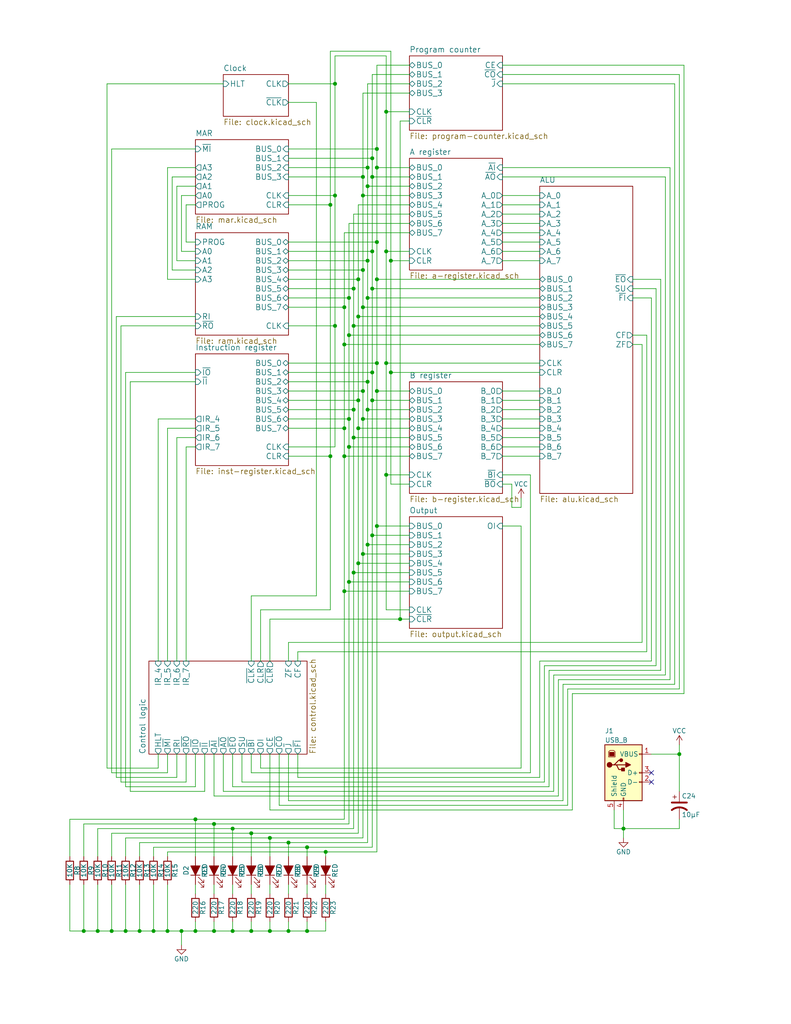
<source format=kicad_sch>
(kicad_sch (version 20230121) (generator eeschema)
  (paper "USLetter" portrait)
  (lib_symbols
    (symbol "8bit-computer-rescue:CP1-Device" (pin_numbers hide) (pin_names (offset 0.254) hide)
      (property "Reference" "C" (at 0.635 2.54 0))
      (property "Value" "Device:CP1" (at 0.635 -2.54 0))
      (symbol "CP1-Device_0_1"
        (polyline (pts (xy -2.032 0.762) (xy 2.032 0.762)) (stroke (width 0.508)))
        (polyline (pts (xy -1.778 2.286) (xy -0.762 2.286)))
        (polyline (pts (xy -1.27 1.778) (xy -1.27 2.794)))
        (arc (start 2.032 -1.27) (mid 0 -0.5572) (end -2.032 -1.27) (stroke (width 0.508)))
      )
      (symbol "CP1-Device_1_1"
        (pin passive line (at 0 3.81 270) (length 2.794) (name "~") (number "1"))
        (pin passive line (at 0 -3.81 90) (length 3.302) (name "~") (number "2"))
      )
    )
    (symbol "8bit-computer-rescue:LED_ALT-Device" (pin_numbers hide) (pin_names (offset 1.016) hide)
      (property "Reference" "D" (at 0 2.54 0))
      (property "Value" "Device:LED_ALT" (at 0 -2.54 0))
      (symbol "LED_ALT-Device_0_1"
        (polyline (pts (xy -1.27 -1.27) (xy -1.27 1.27)) (stroke (width 0.2032)))
        (polyline (pts (xy -1.27 0) (xy 1.27 0)))
        (polyline (pts (xy 1.27 -1.27) (xy 1.27 1.27) (xy -1.27 0) (xy 1.27 -1.27)) (stroke (width 0.2032)) (fill (type outline)))
        (polyline (pts (xy -3.048 -0.762) (xy -4.572 -2.286) (xy -3.81 -2.286) (xy -4.572 -2.286) (xy -4.572 -1.524)))
        (polyline (pts (xy -1.778 -0.762) (xy -3.302 -2.286) (xy -2.54 -2.286) (xy -3.302 -2.286) (xy -3.302 -1.524)))
      )
      (symbol "LED_ALT-Device_1_1"
        (pin passive line (at -3.81 0 0) (length 2.54) (name "K") (number "1"))
        (pin passive line (at 3.81 0 180) (length 2.54) (name "A") (number "2"))
      )
    )
    (symbol "8bit-computer-rescue:USB_B-8bit-computer-rescue" (pin_names (offset 1.016))
      (property "Reference" "J" (at -5.08 11.43 0))
      (property "Value" "8bit-computer-rescue:USB_B" (at -5.08 8.89 0))
      (symbol "USB_B-8bit-computer-rescue_0_1"
        (rectangle (start -5.08 -7.62) (end 5.08 7.62) (stroke (width 0.254)) (fill (type background)))
        (circle (center -3.81 2.159) (radius 0.635) (stroke (width 0.254)) (fill (type outline)))
        (rectangle (start -3.81 5.588) (end -2.54 4.572) (fill (type outline)))
        (circle (center -0.635 3.429) (radius 0.381) (stroke (width 0.254)) (fill (type outline)))
        (rectangle (start -0.127 -7.62) (end 0.127 -6.858))
        (polyline (pts (xy -1.905 2.159) (xy 0.635 2.159)) (stroke (width 0.254)))
        (polyline (pts (xy -3.175 2.159) (xy -2.54 2.159) (xy -1.27 3.429) (xy -0.635 3.429)) (stroke (width 0.254)))
        (polyline (pts (xy -2.54 2.159) (xy -1.905 2.159) (xy -1.27 0.889) (xy 0 0.889)) (stroke (width 0.254)))
        (polyline (pts (xy 0.635 2.794) (xy 0.635 1.524) (xy 1.905 2.159) (xy 0.635 2.794)) (stroke (width 0.254)) (fill (type outline)))
        (polyline (pts (xy -4.064 4.318) (xy -2.286 4.318) (xy -2.286 5.715) (xy -2.667 6.096) (xy -3.683 6.096) (xy -4.064 5.715) (xy -4.064 4.318)))
        (rectangle (start 0.254 1.27) (end -0.508 0.508) (stroke (width 0.254)) (fill (type outline)))
        (rectangle (start 5.08 -2.667) (end 4.318 -2.413))
        (rectangle (start 5.08 -0.127) (end 4.318 0.127))
        (rectangle (start 5.08 4.953) (end 4.318 5.207))
      )
      (symbol "USB_B-8bit-computer-rescue_1_1"
        (pin power_out line (at 7.62 5.08 180) (length 2.54) (name "VBUS") (number "1"))
        (pin passive line (at 7.62 -2.54 180) (length 2.54) (name "D-") (number "2"))
        (pin passive line (at 7.62 0 180) (length 2.54) (name "D+") (number "3"))
        (pin power_out line (at 0 -10.16 90) (length 2.54) (name "GND") (number "4"))
        (pin passive line (at -2.54 -10.16 90) (length 2.54) (name "Shield") (number "5"))
      )
    )
    (symbol "Device:R" (pin_numbers hide) (pin_names (offset 0))
      (property "Reference" "R" (at 2.032 0 90))
      (property "Value" "R" (at 0 0 90))
      (symbol "R_0_1"
        (rectangle (start -1.016 -2.54) (end 1.016 2.54) (stroke (width 0.254)))
      )
      (symbol "R_1_1"
        (pin passive line (at 0 3.81 270) (length 1.27) (name "~") (number "1"))
        (pin passive line (at 0 -3.81 90) (length 1.27) (name "~") (number "2"))
      )
    )
    (symbol "power:GND" (power) (pin_names (offset 0))
      (property "Value" "GND" (at 0 -3.81 0))
      (symbol "GND_0_1"
        (polyline (pts (xy 0 0) (xy 0 -1.27) (xy 1.27 -1.27) (xy 0 -2.54) (xy -1.27 -1.27) (xy 0 -1.27)))
      )
      (symbol "GND_1_1"
        (pin power_in line (at 0 0 270) (length 0) hide (name "GND") (number "1"))
      )
    )
    (symbol "power:VCC" (power) (pin_names (offset 0))
      (property "Value" "VCC" (at 0 3.81 0))
      (symbol "VCC_0_1"
        (polyline (pts (xy -0.762 1.27) (xy 0 2.54)))
        (polyline (pts (xy 0 0) (xy 0 2.54)))
        (polyline (pts (xy 0 2.54) (xy 0.762 1.27)))
      )
      (symbol "VCC_1_1"
        (pin power_in line (at 0 0 90) (length 0) hide (name "VCC") (number "1"))
      )
    )
  )
  (junction (at 91.44 22.86))
  (junction (at 96.52 119.38))
  (junction (at 109.22 168.91))
  (junction (at 99.06 83.82))
  (junction (at 96.52 88.9))
  (junction (at 93.98 83.82))
  (junction (at 91.44 53.34))
  (junction (at 95.25 121.92))
  (junction (at 185.42 205.74))
  (junction (at 90.17 55.88))
  (junction (at 53.34 254))
  (junction (at 95.25 114.3))
  (junction (at 93.98 93.98))
  (junction (at 99.06 114.3))
  (junction (at 97.79 76.2))
  (junction (at 49.53 254))
  (junction (at 97.79 116.84))
  (junction (at 68.58 254))
  (junction (at 38.1 254))
  (junction (at 78.74 254))
  (junction (at 105.41 68.58))
  (junction (at 101.6 43.18))
  (junction (at 34.29 254))
  (junction (at 83.82 254))
  (junction (at 102.87 66.04))
  (junction (at 100.33 45.72))
  (junction (at 53.34 223.52))
  (junction (at 101.6 78.74))
  (junction (at 22.86 254))
  (junction (at 93.98 124.46))
  (junction (at 95.25 158.75))
  (junction (at 106.68 101.6))
  (junction (at 102.87 76.2))
  (junction (at 105.41 99.06))
  (junction (at 96.52 111.76))
  (junction (at 99.06 53.34))
  (junction (at 101.6 146.05))
  (junction (at 96.52 156.21))
  (junction (at 106.68 71.12))
  (junction (at 95.25 81.28))
  (junction (at 63.5 226.06))
  (junction (at 63.5 254))
  (junction (at 100.33 71.12))
  (junction (at 93.98 116.84))
  (junction (at 102.87 45.72))
  (junction (at 105.41 129.54))
  (junction (at 26.67 254))
  (junction (at 90.17 124.46))
  (junction (at 99.06 73.66))
  (junction (at 102.87 99.06))
  (junction (at 105.41 30.48))
  (junction (at 78.74 229.87))
  (junction (at 97.79 86.36))
  (junction (at 102.87 40.64))
  (junction (at 100.33 148.59))
  (junction (at 100.33 104.14))
  (junction (at 101.6 109.22))
  (junction (at 95.25 91.44))
  (junction (at 93.98 161.29))
  (junction (at 170.18 226.06))
  (junction (at 58.42 224.79))
  (junction (at 91.44 88.9))
  (junction (at 97.79 153.67))
  (junction (at 99.06 151.13))
  (junction (at 100.33 50.8))
  (junction (at 101.6 48.26))
  (junction (at 99.06 106.68))
  (junction (at 58.42 254))
  (junction (at 73.66 228.6))
  (junction (at 41.91 254))
  (junction (at 99.06 48.26))
  (junction (at 102.87 143.51))
  (junction (at 101.6 101.6))
  (junction (at 88.9 232.41))
  (junction (at 100.33 111.76))
  (junction (at 97.79 109.22))
  (junction (at 45.72 254))
  (junction (at 83.82 231.14))
  (junction (at 30.48 254))
  (junction (at 68.58 227.33))
  (junction (at 73.66 254))
  (junction (at 96.52 78.74))
  (junction (at 101.6 68.58))
  (junction (at 102.87 106.68))
  (junction (at 100.33 81.28))
  (no_connect (at 177.8 210.82))
  (no_connect (at 177.8 213.36))
  (wire (pts (xy 182.88 45.72) (xy 137.16 45.72)))
  (wire (pts (xy 78.74 83.82) (xy 93.98 83.82)))
  (wire (pts (xy 30.48 40.64) (xy 30.48 210.82)))
  (wire (pts (xy 156.21 189.23) (xy 156.21 220.98)))
  (wire (pts (xy 53.34 214.63) (xy 53.34 205.74)))
  (wire (pts (xy 78.74 229.87) (xy 100.33 229.87)))
  (wire (pts (xy 106.68 101.6) (xy 106.68 132.08)))
  (wire (pts (xy 102.87 76.2) (xy 102.87 66.04)))
  (wire (pts (xy 43.18 209.55) (xy 43.18 205.74)))
  (wire (pts (xy 73.66 241.3) (xy 73.66 243.84)))
  (wire (pts (xy 45.72 254) (xy 49.53 254)))
  (wire (pts (xy 86.36 162.56) (xy 68.58 162.56)))
  (wire (pts (xy 53.34 116.84) (xy 45.72 116.84)))
  (wire (pts (xy 78.74 22.86) (xy 91.44 22.86)))
  (wire (pts (xy 105.41 68.58) (xy 105.41 99.06)))
  (wire (pts (xy 53.34 101.6) (xy 34.29 101.6)))
  (wire (pts (xy 101.6 109.22) (xy 101.6 101.6)))
  (wire (pts (xy 185.42 205.74) (xy 177.8 205.74)))
  (wire (pts (xy 58.42 254) (xy 58.42 251.46)))
  (wire (pts (xy 63.5 241.3) (xy 63.5 243.84)))
  (wire (pts (xy 73.66 251.46) (xy 73.66 254)))
  (wire (pts (xy 101.6 48.26) (xy 101.6 43.18)))
  (wire (pts (xy 96.52 78.74) (xy 96.52 88.9)))
  (wire (pts (xy 137.16 48.26) (xy 181.61 48.26)))
  (wire (pts (xy 170.18 226.06) (xy 185.42 226.06)))
  (wire (pts (xy 38.1 241.3) (xy 38.1 254)))
  (wire (pts (xy 81.28 212.09) (xy 147.32 212.09)))
  (wire (pts (xy 55.88 215.9) (xy 55.88 205.74)))
  (wire (pts (xy 181.61 184.15) (xy 181.61 48.26)))
  (wire (pts (xy 185.42 205.74) (xy 185.42 215.9)))
  (wire (pts (xy 186.69 17.78) (xy 137.16 17.78)))
  (wire (pts (xy 91.44 121.92) (xy 78.74 121.92)))
  (wire (pts (xy 95.25 60.96) (xy 95.25 81.28)))
  (wire (pts (xy 105.41 166.37) (xy 111.76 166.37)))
  (wire (pts (xy 78.74 124.46) (xy 90.17 124.46)))
  (wire (pts (xy 111.76 33.02) (xy 109.22 33.02)))
  (wire (pts (xy 78.74 48.26) (xy 99.06 48.26)))
  (wire (pts (xy 97.79 116.84) (xy 97.79 153.67)))
  (wire (pts (xy 78.74 40.64) (xy 102.87 40.64)))
  (wire (pts (xy 105.41 30.48) (xy 105.41 68.58)))
  (wire (pts (xy 147.32 116.84) (xy 137.16 116.84)))
  (wire (pts (xy 96.52 226.06) (xy 63.5 226.06)))
  (wire (pts (xy 71.12 209.55) (xy 142.24 209.55)))
  (wire (pts (xy 93.98 83.82) (xy 93.98 93.98)))
  (wire (pts (xy 96.52 88.9) (xy 96.52 111.76)))
  (wire (pts (xy 45.72 116.84) (xy 45.72 180.34)))
  (wire (pts (xy 105.41 15.24) (xy 91.44 15.24)))
  (wire (pts (xy 153.67 218.44) (xy 78.74 218.44)))
  (wire (pts (xy 99.06 228.6) (xy 99.06 151.13)))
  (wire (pts (xy 68.58 227.33) (xy 30.48 227.33)))
  (wire (pts (xy 34.29 228.6) (xy 73.66 228.6)))
  (wire (pts (xy 137.16 111.76) (xy 147.32 111.76)))
  (wire (pts (xy 45.72 76.2) (xy 53.34 76.2)))
  (wire (pts (xy 50.8 213.36) (xy 50.8 205.74)))
  (wire (pts (xy 68.58 210.82) (xy 68.58 205.74)))
  (wire (pts (xy 78.74 109.22) (xy 97.79 109.22)))
  (wire (pts (xy 93.98 63.5) (xy 93.98 83.82)))
  (wire (pts (xy 95.25 114.3) (xy 95.25 121.92)))
  (wire (pts (xy 53.34 50.8) (xy 48.26 50.8)))
  (wire (pts (xy 91.44 88.9) (xy 78.74 88.9)))
  (wire (pts (xy 58.42 243.84) (xy 58.42 241.3)))
  (wire (pts (xy 91.44 53.34) (xy 78.74 53.34)))
  (wire (pts (xy 148.59 213.36) (xy 148.59 181.61)))
  (wire (pts (xy 182.88 185.42) (xy 182.88 45.72)))
  (wire (pts (xy 38.1 254) (xy 41.91 254)))
  (wire (pts (xy 49.53 53.34) (xy 49.53 68.58)))
  (wire (pts (xy 53.34 254) (xy 58.42 254)))
  (wire (pts (xy 137.16 58.42) (xy 147.32 58.42)))
  (wire (pts (xy 88.9 254) (xy 88.9 251.46)))
  (wire (pts (xy 99.06 48.26) (xy 99.06 25.4)))
  (wire (pts (xy 100.33 148.59) (xy 111.76 148.59)))
  (wire (pts (xy 41.91 241.3) (xy 41.91 254)))
  (wire (pts (xy 99.06 151.13) (xy 99.06 114.3)))
  (wire (pts (xy 97.79 76.2) (xy 97.79 86.36)))
  (wire (pts (xy 48.26 50.8) (xy 48.26 71.12)))
  (wire (pts (xy 78.74 114.3) (xy 95.25 114.3)))
  (wire (pts (xy 63.5 226.06) (xy 26.67 226.06)))
  (wire (pts (xy 78.74 254) (xy 78.74 251.46)))
  (wire (pts (xy 93.98 116.84) (xy 93.98 124.46)))
  (wire (pts (xy 99.06 25.4) (xy 111.76 25.4)))
  (wire (pts (xy 101.6 146.05) (xy 111.76 146.05)))
  (wire (pts (xy 109.22 33.02) (xy 109.22 168.91)))
  (wire (pts (xy 97.79 86.36) (xy 97.79 109.22)))
  (wire (pts (xy 90.17 13.97) (xy 106.68 13.97)))
  (wire (pts (xy 68.58 162.56) (xy 68.58 180.34)))
  (wire (pts (xy 78.74 66.04) (xy 102.87 66.04)))
  (wire (pts (xy 97.79 109.22) (xy 97.79 116.84)))
  (wire (pts (xy 53.34 86.36) (xy 31.75 86.36)))
  (wire (pts (xy 101.6 109.22) (xy 111.76 109.22)))
  (wire (pts (xy 137.16 109.22) (xy 147.32 109.22)))
  (wire (pts (xy 100.33 50.8) (xy 100.33 45.72)))
  (wire (pts (xy 68.58 243.84) (xy 68.58 241.3)))
  (wire (pts (xy 91.44 22.86) (xy 91.44 53.34)))
  (wire (pts (xy 58.42 254) (xy 63.5 254)))
  (wire (pts (xy 185.42 187.96) (xy 185.42 20.32)))
  (wire (pts (xy 73.66 228.6) (xy 73.66 233.68)))
  (wire (pts (xy 30.48 227.33) (xy 30.48 233.68)))
  (wire (pts (xy 53.34 48.26) (xy 46.99 48.26)))
  (wire (pts (xy 68.58 254) (xy 73.66 254)))
  (wire (pts (xy 53.34 119.38) (xy 48.26 119.38)))
  (wire (pts (xy 95.25 158.75) (xy 111.76 158.75)))
  (wire (pts (xy 95.25 81.28) (xy 95.25 91.44)))
  (wire (pts (xy 53.34 53.34) (xy 49.53 53.34)))
  (wire (pts (xy 111.76 30.48) (xy 105.41 30.48)))
  (wire (pts (xy 101.6 48.26) (xy 111.76 48.26)))
  (wire (pts (xy 34.29 214.63) (xy 53.34 214.63)))
  (wire (pts (xy 78.74 116.84) (xy 93.98 116.84)))
  (wire (pts (xy 148.59 181.61) (xy 179.07 181.61)))
  (wire (pts (xy 38.1 229.87) (xy 78.74 229.87)))
  (wire (pts (xy 26.67 254) (xy 30.48 254)))
  (wire (pts (xy 111.76 71.12) (xy 106.68 71.12)))
  (wire (pts (xy 96.52 156.21) (xy 111.76 156.21)))
  (wire (pts (xy 83.82 241.3) (xy 83.82 243.84)))
  (wire (pts (xy 137.16 71.12) (xy 147.32 71.12)))
  (wire (pts (xy 105.41 15.24) (xy 105.41 30.48)))
  (wire (pts (xy 46.99 73.66) (xy 53.34 73.66)))
  (wire (pts (xy 147.32 99.06) (xy 105.41 99.06)))
  (wire (pts (xy 105.41 129.54) (xy 105.41 166.37)))
  (wire (pts (xy 91.44 53.34) (xy 91.44 88.9)))
  (wire (pts (xy 19.05 254) (xy 22.86 254)))
  (wire (pts (xy 101.6 68.58) (xy 101.6 48.26)))
  (wire (pts (xy 139.7 138.43) (xy 142.24 138.43)))
  (wire (pts (xy 99.06 83.82) (xy 99.06 73.66)))
  (wire (pts (xy 142.24 209.55) (xy 142.24 143.51)))
  (wire (pts (xy 73.66 168.91) (xy 109.22 168.91)))
  (wire (pts (xy 102.87 232.41) (xy 102.87 143.51)))
  (wire (pts (xy 100.33 104.14) (xy 100.33 81.28)))
  (wire (pts (xy 106.68 13.97) (xy 106.68 71.12)))
  (wire (pts (xy 78.74 99.06) (xy 102.87 99.06)))
  (wire (pts (xy 147.32 78.74) (xy 101.6 78.74)))
  (wire (pts (xy 177.8 180.34) (xy 177.8 81.28)))
  (wire (pts (xy 175.26 175.26) (xy 78.74 175.26)))
  (wire (pts (xy 93.98 124.46) (xy 111.76 124.46)))
  (wire (pts (xy 101.6 20.32) (xy 111.76 20.32)))
  (wire (pts (xy 105.41 99.06) (xy 105.41 129.54)))
  (wire (pts (xy 96.52 119.38) (xy 111.76 119.38)))
  (wire (pts (xy 96.52 156.21) (xy 96.52 226.06)))
  (wire (pts (xy 184.15 22.86) (xy 137.16 22.86)))
  (wire (pts (xy 19.05 241.3) (xy 19.05 254)))
  (wire (pts (xy 78.74 106.68) (xy 99.06 106.68)))
  (wire (pts (xy 137.16 60.96) (xy 147.32 60.96)))
  (wire (pts (xy 78.74 243.84) (xy 78.74 241.3)))
  (wire (pts (xy 78.74 175.26) (xy 78.74 180.34)))
  (wire (pts (xy 186.69 189.23) (xy 186.69 17.78)))
  (wire (pts (xy 30.48 254) (xy 34.29 254)))
  (wire (pts (xy 147.32 180.34) (xy 147.32 212.09)))
  (wire (pts (xy 142.24 143.51) (xy 137.16 143.51)))
  (wire (pts (xy 100.33 71.12) (xy 100.33 50.8)))
  (wire (pts (xy 175.26 93.98) (xy 175.26 175.26)))
  (wire (pts (xy 93.98 93.98) (xy 93.98 116.84)))
  (wire (pts (xy 63.5 254) (xy 63.5 251.46)))
  (wire (pts (xy 81.28 177.8) (xy 81.28 180.34)))
  (wire (pts (xy 45.72 241.3) (xy 45.72 254)))
  (wire (pts (xy 83.82 231.14) (xy 83.82 233.68)))
  (wire (pts (xy 147.32 93.98) (xy 93.98 93.98)))
  (wire (pts (xy 142.24 138.43) (xy 142.24 135.89)))
  (wire (pts (xy 78.74 76.2) (xy 97.79 76.2)))
  (wire (pts (xy 184.15 22.86) (xy 184.15 186.69)))
  (wire (pts (xy 154.94 187.96) (xy 185.42 187.96)))
  (wire (pts (xy 41.91 231.14) (xy 83.82 231.14)))
  (wire (pts (xy 43.18 114.3) (xy 43.18 180.34)))
  (wire (pts (xy 45.72 232.41) (xy 88.9 232.41)))
  (wire (pts (xy 53.34 241.3) (xy 53.34 243.84)))
  (wire (pts (xy 177.8 81.28) (xy 172.72 81.28)))
  (wire (pts (xy 26.67 226.06) (xy 26.67 233.68)))
  (wire (pts (xy 97.79 153.67) (xy 97.79 227.33)))
  (wire (pts (xy 106.68 71.12) (xy 106.68 101.6)))
  (wire (pts (xy 95.25 121.92) (xy 111.76 121.92)))
  (wire (pts (xy 101.6 101.6) (xy 101.6 78.74)))
  (wire (pts (xy 137.16 63.5) (xy 147.32 63.5)))
  (wire (pts (xy 78.74 45.72) (xy 100.33 45.72)))
  (wire (pts (xy 101.6 146.05) (xy 101.6 109.22)))
  (wire (pts (xy 144.78 129.54) (xy 144.78 210.82)))
  (wire (pts (xy 78.74 73.66) (xy 99.06 73.66)))
  (wire (pts (xy 96.52 111.76) (xy 96.52 119.38)))
  (wire (pts (xy 45.72 45.72) (xy 45.72 76.2)))
  (wire (pts (xy 137.16 119.38) (xy 147.32 119.38)))
  (wire (pts (xy 147.32 83.82) (xy 99.06 83.82)))
  (wire (pts (xy 105.41 129.54) (xy 111.76 129.54)))
  (wire (pts (xy 50.8 66.04) (xy 53.34 66.04)))
  (wire (pts (xy 35.56 104.14) (xy 35.56 215.9)))
  (wire (pts (xy 185.42 203.2) (xy 185.42 205.74)))
  (wire (pts (xy 22.86 224.79) (xy 22.86 233.68)))
  (wire (pts (xy 102.87 143.51) (xy 111.76 143.51)))
  (wire (pts (xy 33.02 88.9) (xy 33.02 213.36)))
  (wire (pts (xy 93.98 223.52) (xy 53.34 223.52)))
  (wire (pts (xy 34.29 241.3) (xy 34.29 254)))
  (wire (pts (xy 102.87 66.04) (xy 102.87 45.72)))
  (wire (pts (xy 111.76 58.42) (xy 96.52 58.42)))
  (wire (pts (xy 137.16 124.46) (xy 147.32 124.46)))
  (wire (pts (xy 88.9 243.84) (xy 88.9 241.3)))
  (wire (pts (xy 102.87 143.51) (xy 102.87 106.68)))
  (wire (pts (xy 71.12 180.34) (xy 71.12 166.37)))
  (wire (pts (xy 137.16 53.34) (xy 147.32 53.34)))
  (wire (pts (xy 144.78 210.82) (xy 68.58 210.82)))
  (wire (pts (xy 91.44 15.24) (xy 91.44 22.86)))
  (wire (pts (xy 106.68 132.08) (xy 111.76 132.08)))
  (wire (pts (xy 101.6 78.74) (xy 101.6 68.58)))
  (wire (pts (xy 34.29 254) (xy 38.1 254)))
  (wire (pts (xy 63.5 254) (xy 68.58 254)))
  (wire (pts (xy 137.16 55.88) (xy 147.32 55.88)))
  (wire (pts (xy 102.87 17.78) (xy 111.76 17.78)))
  (wire (pts (xy 111.76 55.88) (xy 97.79 55.88)))
  (wire (pts (xy 179.07 181.61) (xy 179.07 78.74)))
  (wire (pts (xy 111.76 63.5) (xy 93.98 63.5)))
  (wire (pts (xy 147.32 86.36) (xy 97.79 86.36)))
  (wire (pts (xy 78.74 68.58) (xy 101.6 68.58)))
  (wire (pts (xy 97.79 153.67) (xy 111.76 153.67)))
  (wire (pts (xy 53.34 254) (xy 53.34 251.46)))
  (wire (pts (xy 149.86 182.88) (xy 180.34 182.88)))
  (wire (pts (xy 53.34 233.68) (xy 53.34 223.52)))
  (wire (pts (xy 53.34 55.88) (xy 50.8 55.88)))
  (wire (pts (xy 22.86 254) (xy 26.67 254)))
  (wire (pts (xy 99.06 151.13) (xy 111.76 151.13)))
  (wire (pts (xy 53.34 45.72) (xy 45.72 45.72)))
  (wire (pts (xy 78.74 104.14) (xy 100.33 104.14)))
  (wire (pts (xy 68.58 227.33) (xy 68.58 233.68)))
  (wire (pts (xy 58.42 217.17) (xy 152.4 217.17)))
  (wire (pts (xy 137.16 20.32) (xy 185.42 20.32)))
  (wire (pts (xy 90.17 124.46) (xy 90.17 166.37)))
  (wire (pts (xy 100.33 148.59) (xy 100.33 111.76)))
  (wire (pts (xy 63.5 205.74) (xy 63.5 214.63)))
  (wire (pts (xy 58.42 224.79) (xy 58.42 233.68)))
  (wire (pts (xy 147.32 81.28) (xy 100.33 81.28)))
  (wire (pts (xy 76.2 219.71) (xy 154.94 219.71)))
  (wire (pts (xy 137.16 106.68) (xy 147.32 106.68)))
  (wire (pts (xy 78.74 254) (xy 83.82 254)))
  (wire (pts (xy 99.06 73.66) (xy 99.06 53.34)))
  (wire (pts (xy 66.04 213.36) (xy 148.59 213.36)))
  (wire (pts (xy 137.16 132.08) (xy 139.7 132.08)))
  (wire (pts (xy 78.74 71.12) (xy 100.33 71.12)))
  (wire (pts (xy 48.26 212.09) (xy 48.26 205.74)))
  (wire (pts (xy 102.87 76.2) (xy 147.32 76.2)))
  (wire (pts (xy 78.74 43.18) (xy 101.6 43.18)))
  (wire (pts (xy 78.74 27.94) (xy 86.36 27.94)))
  (wire (pts (xy 41.91 231.14) (xy 41.91 233.68)))
  (wire (pts (xy 63.5 214.63) (xy 149.86 214.63)))
  (wire (pts (xy 31.75 86.36) (xy 31.75 212.09)))
  (wire (pts (xy 68.58 254) (xy 68.58 251.46)))
  (wire (pts (xy 50.8 55.88) (xy 50.8 66.04)))
  (wire (pts (xy 73.66 228.6) (xy 99.06 228.6)))
  (wire (pts (xy 58.42 224.79) (xy 22.86 224.79)))
  (wire (pts (xy 172.72 91.44) (xy 176.53 91.44)))
  (wire (pts (xy 102.87 40.64) (xy 102.87 17.78)))
  (wire (pts (xy 152.4 185.42) (xy 182.88 185.42)))
  (wire (pts (xy 19.05 223.52) (xy 19.05 233.68)))
  (wire (pts (xy 93.98 124.46) (xy 93.98 161.29)))
  (wire (pts (xy 96.52 88.9) (xy 147.32 88.9)))
  (wire (pts (xy 170.18 220.98) (xy 170.18 226.06)))
  (wire (pts (xy 100.33 50.8) (xy 111.76 50.8)))
  (wire (pts (xy 102.87 45.72) (xy 102.87 40.64)))
  (wire (pts (xy 83.82 231.14) (xy 101.6 231.14)))
  (wire (pts (xy 73.66 205.74) (xy 73.66 220.98)))
  (wire (pts (xy 170.18 226.06) (xy 170.18 228.6)))
  (wire (pts (xy 78.74 78.74) (xy 96.52 78.74)))
  (wire (pts (xy 100.33 81.28) (xy 100.33 71.12)))
  (wire (pts (xy 83.82 254) (xy 88.9 254)))
  (wire (pts (xy 81.28 205.74) (xy 81.28 212.09)))
  (wire (pts (xy 83.82 251.46) (xy 83.82 254)))
  (wire (pts (xy 147.32 121.92) (xy 137.16 121.92)))
  (wire (pts (xy 137.16 129.54) (xy 144.78 129.54)))
  (wire (pts (xy 31.75 212.09) (xy 48.26 212.09)))
  (wire (pts (xy 29.21 209.55) (xy 43.18 209.55)))
  (wire (pts (xy 45.72 210.82) (xy 45.72 205.74)))
  (wire (pts (xy 49.53 257.81) (xy 49.53 254)))
  (wire (pts (xy 53.34 223.52) (xy 19.05 223.52)))
  (wire (pts (xy 34.29 101.6) (xy 34.29 214.63)))
  (wire (pts (xy 78.74 229.87) (xy 78.74 233.68)))
  (wire (pts (xy 38.1 233.68) (xy 38.1 229.87)))
  (wire (pts (xy 176.53 91.44) (xy 176.53 177.8)))
  (wire (pts (xy 86.36 27.94) (xy 86.36 162.56)))
  (wire (pts (xy 46.99 48.26) (xy 46.99 73.66)))
  (wire (pts (xy 53.34 88.9) (xy 33.02 88.9)))
  (wire (pts (xy 96.52 119.38) (xy 96.52 156.21)))
  (wire (pts (xy 71.12 166.37) (xy 90.17 166.37)))
  (wire (pts (xy 102.87 106.68) (xy 111.76 106.68)))
  (wire (pts (xy 102.87 99.06) (xy 102.87 76.2)))
  (wire (pts (xy 78.74 101.6) (xy 101.6 101.6)))
  (wire (pts (xy 60.96 215.9) (xy 60.96 205.74)))
  (wire (pts (xy 179.07 78.74) (xy 172.72 78.74)))
  (wire (pts (xy 33.02 213.36) (xy 50.8 213.36)))
  (wire (pts (xy 78.74 55.88) (xy 90.17 55.88)))
  (wire (pts (xy 102.87 106.68) (xy 102.87 99.06)))
  (wire (pts (xy 151.13 215.9) (xy 60.96 215.9)))
  (wire (pts (xy 30.48 241.3) (xy 30.48 254)))
  (wire (pts (xy 95.25 158.75) (xy 95.25 224.79)))
  (wire (pts (xy 53.34 40.64) (xy 30.48 40.64)))
  (wire (pts (xy 97.79 116.84) (xy 111.76 116.84)))
  (wire (pts (xy 172.72 93.98) (xy 175.26 93.98)))
  (wire (pts (xy 156.21 220.98) (xy 73.66 220.98)))
  (wire (pts (xy 53.34 114.3) (xy 43.18 114.3)))
  (wire (pts (xy 99.06 114.3) (xy 99.06 106.68)))
  (wire (pts (xy 45.72 232.41) (xy 45.72 233.68)))
  (wire (pts (xy 137.16 66.04) (xy 147.32 66.04)))
  (wire (pts (xy 78.74 81.28) (xy 95.25 81.28)))
  (wire (pts (xy 97.79 227.33) (xy 68.58 227.33)))
  (wire (pts (xy 177.8 180.34) (xy 147.32 180.34)))
  (wire (pts (xy 180.34 182.88) (xy 180.34 76.2)))
  (wire (pts (xy 60.96 22.86) (xy 29.21 22.86)))
  (wire (pts (xy 147.32 91.44) (xy 95.25 91.44)))
  (wire (pts (xy 48.26 119.38) (xy 48.26 180.34)))
  (wire (pts (xy 90.17 55.88) (xy 90.17 124.46)))
  (wire (pts (xy 137.16 114.3) (xy 147.32 114.3)))
  (wire (pts (xy 167.64 226.06) (xy 170.18 226.06)))
  (wire (pts (xy 34.29 228.6) (xy 34.29 233.68)))
  (wire (pts (xy 95.25 224.79) (xy 58.42 224.79)))
  (wire (pts (xy 78.74 205.74) (xy 78.74 218.44)))
  (wire (pts (xy 50.8 121.92) (xy 50.8 180.34)))
  (wire (pts (xy 99.06 53.34) (xy 99.06 48.26)))
  (wire (pts (xy 95.25 91.44) (xy 95.25 114.3)))
  (wire (pts (xy 100.33 111.76) (xy 111.76 111.76)))
  (wire (pts (xy 184.15 186.69) (xy 153.67 186.69)))
  (wire (pts (xy 66.04 205.74) (xy 66.04 213.36)))
  (wire (pts (xy 93.98 161.29) (xy 93.98 223.52)))
  (wire (pts (xy 153.67 186.69) (xy 153.67 218.44)))
  (wire (pts (xy 78.74 111.76) (xy 96.52 111.76)))
  (wire (pts (xy 96.52 58.42) (xy 96.52 78.74)))
  (wire (pts (xy 154.94 219.71) (xy 154.94 187.96)))
  (wire (pts (xy 152.4 217.17) (xy 152.4 185.42)))
  (wire (pts (xy 88.9 232.41) (xy 102.87 232.41)))
  (wire (pts (xy 99.06 114.3) (xy 111.76 114.3)))
  (wire (pts (xy 151.13 184.15) (xy 181.61 184.15)))
  (wire (pts (xy 180.34 76.2) (xy 172.72 76.2)))
  (wire (pts (xy 147.32 101.6) (xy 106.68 101.6)))
  (wire (pts (xy 91.44 88.9) (xy 91.44 121.92)))
  (wire (pts (xy 100.33 111.76) (xy 100.33 104.14)))
  (wire (pts (xy 101.6 231.14) (xy 101.6 146.05)))
  (wire (pts (xy 185.42 226.06) (xy 185.42 223.52)))
  (wire (pts (xy 63.5 226.06) (xy 63.5 233.68)))
  (wire (pts (xy 102.87 45.72) (xy 111.76 45.72)))
  (wire (pts (xy 137.16 68.58) (xy 147.32 68.58)))
  (wire (pts (xy 99.06 53.34) (xy 111.76 53.34)))
  (wire (pts (xy 100.33 45.72) (xy 100.33 22.86)))
  (wire (pts (xy 111.76 60.96) (xy 95.25 60.96)))
  (wire (pts (xy 88.9 232.41) (xy 88.9 233.68)))
  (wire (pts (xy 49.53 68.58) (xy 53.34 68.58)))
  (wire (pts (xy 105.41 68.58) (xy 111.76 68.58)))
  (wire (pts (xy 53.34 121.92) (xy 50.8 121.92)))
  (wire (pts (xy 176.53 177.8) (xy 81.28 177.8)))
  (wire (pts (xy 151.13 215.9) (xy 151.13 184.15)))
  (wire (pts (xy 149.86 214.63) (xy 149.86 182.88)))
  (wire (pts (xy 139.7 132.08) (xy 139.7 138.43)))
  (wire (pts (xy 58.42 205.74) (xy 58.42 217.17)))
  (wire (pts (xy 101.6 43.18) (xy 101.6 20.32)))
  (wire (pts (xy 93.98 161.29) (xy 111.76 161.29)))
  (wire (pts (xy 167.64 226.06) (xy 167.64 220.98)))
  (wire (pts (xy 95.25 121.92) (xy 95.25 158.75)))
  (wire (pts (xy 30.48 210.82) (xy 45.72 210.82)))
  (wire (pts (xy 100.33 22.86) (xy 111.76 22.86)))
  (wire (pts (xy 76.2 219.71) (xy 76.2 205.74)))
  (wire (pts (xy 35.56 215.9) (xy 55.88 215.9)))
  (wire (pts (xy 73.66 254) (xy 78.74 254)))
  (wire (pts (xy 97.79 55.88) (xy 97.79 76.2)))
  (wire (pts (xy 100.33 229.87) (xy 100.33 148.59)))
  (wire (pts (xy 49.53 254) (xy 53.34 254)))
  (wire (pts (xy 73.66 168.91) (xy 73.66 180.34)))
  (wire (pts (xy 71.12 205.74) (xy 71.12 209.55)))
  (wire (pts (xy 26.67 241.3) (xy 26.67 254)))
  (wire (pts (xy 41.91 254) (xy 45.72 254)))
  (wire (pts (xy 53.34 104.14) (xy 35.56 104.14)))
  (wire (pts (xy 48.26 71.12) (xy 53.34 71.12)))
  (wire (pts (xy 109.22 168.91) (xy 111.76 168.91)))
  (wire (pts (xy 22.86 241.3) (xy 22.86 254)))
  (wire (pts (xy 99.06 106.68) (xy 99.06 83.82)))
  (wire (pts (xy 29.21 22.86) (xy 29.21 209.55)))
  (wire (pts (xy 90.17 13.97) (xy 90.17 55.88)))
  (wire (pts (xy 156.21 189.23) (xy 186.69 189.23)))
  (symbol (lib_id "power:VCC") (at 185.42 203.2 0) (unit 1)
    (property "Reference" "#PWR01" (effects hide))
    (property "Value" "VCC" (at 185.42 199.39 0))
  )
  (symbol (lib_id "power:GND") (at 170.18 228.6 0) (unit 1)
    (property "Reference" "#PWR02" (effects hide))
    (property "Value" "GND" (at 170.18 232.41 0))
  )
  (symbol (lib_id "power:VCC") (at 142.24 135.89 0) (unit 1)
    (property "Reference" "#PWR03" (effects hide))
    (property "Value" "VCC" (at 142.24 132.08 0))
  )
  (symbol (lib_id "8bit-computer-rescue:LED_ALT-Device") (at 88.9 237.49 90) (unit 1)
    (property "Reference" "D9" (at 86.36 237.49 0))
    (property "Value" "RED" (at 91.44 237.49 0))
    (property "Footprint" "LED_THT:LED_D5.0mm" (effects hide))
  )
  (symbol (lib_id "8bit-computer-rescue:LED_ALT-Device") (at 83.82 237.49 90) (unit 1)
    (property "Reference" "D8" (at 81.28 237.49 0))
    (property "Value" "RED" (at 86.36 237.49 0))
    (property "Footprint" "LED_THT:LED_D5.0mm" (effects hide))
  )
  (symbol (lib_id "8bit-computer-rescue:LED_ALT-Device") (at 78.74 237.49 90) (unit 1)
    (property "Reference" "D7" (at 76.2 237.49 0))
    (property "Value" "RED" (at 81.28 237.49 0))
    (property "Footprint" "LED_THT:LED_D5.0mm" (effects hide))
  )
  (symbol (lib_id "8bit-computer-rescue:LED_ALT-Device") (at 73.66 237.49 90) (unit 1)
    (property "Reference" "D6" (at 71.12 237.49 0))
    (property "Value" "RED" (at 76.2 237.49 0))
    (property "Footprint" "LED_THT:LED_D5.0mm" (effects hide))
  )
  (symbol (lib_id "8bit-computer-rescue:LED_ALT-Device") (at 68.58 237.49 90) (unit 1)
    (property "Reference" "D5" (at 66.04 237.49 0))
    (property "Value" "RED" (at 71.12 237.49 0))
    (property "Footprint" "LED_THT:LED_D5.0mm" (effects hide))
  )
  (symbol (lib_id "8bit-computer-rescue:LED_ALT-Device") (at 63.5 237.49 90) (unit 1)
    (property "Reference" "D4" (at 60.96 237.49 0))
    (property "Value" "RED" (at 66.04 237.49 0))
    (property "Footprint" "LED_THT:LED_D5.0mm" (effects hide))
  )
  (symbol (lib_id "8bit-computer-rescue:LED_ALT-Device") (at 58.42 237.49 90) (unit 1)
    (property "Reference" "D3" (at 55.88 237.49 0))
    (property "Value" "RED" (at 60.96 237.49 0))
    (property "Footprint" "LED_THT:LED_D5.0mm" (effects hide))
  )
  (symbol (lib_id "8bit-computer-rescue:LED_ALT-Device") (at 53.34 237.49 90) (unit 1)
    (property "Reference" "D2" (at 50.8 237.49 0))
    (property "Value" "RED" (at 55.88 237.49 0))
    (property "Footprint" "LED_THT:LED_D5.0mm" (effects hide))
  )
  (symbol (lib_id "Device:R") (at 53.34 247.65 0) (unit 1)
    (property "Reference" "R16" (at 55.372 247.65 90))
    (property "Value" "220" (at 53.34 247.65 90))
    (property "Footprint" "Resistor_THT:R_Axial_DIN0207_L6.3mm_D2.5mm_P7.62mm_Horizontal" (effects hide))
  )
  (symbol (lib_id "Device:R") (at 58.42 247.65 0) (unit 1)
    (property "Reference" "R17" (at 60.452 247.65 90))
    (property "Value" "220" (at 58.42 247.65 90))
    (property "Footprint" "Resistor_THT:R_Axial_DIN0207_L6.3mm_D2.5mm_P7.62mm_Horizontal" (effects hide))
  )
  (symbol (lib_id "Device:R") (at 63.5 247.65 0) (unit 1)
    (property "Reference" "R18" (at 65.532 247.65 90))
    (property "Value" "220" (at 63.5 247.65 90))
    (property "Footprint" "Resistor_THT:R_Axial_DIN0207_L6.3mm_D2.5mm_P7.62mm_Horizontal" (effects hide))
  )
  (symbol (lib_id "Device:R") (at 68.58 247.65 0) (unit 1)
    (property "Reference" "R19" (at 70.612 247.65 90))
    (property "Value" "220" (at 68.58 247.65 90))
    (property "Footprint" "Resistor_THT:R_Axial_DIN0207_L6.3mm_D2.5mm_P7.62mm_Horizontal" (effects hide))
  )
  (symbol (lib_id "Device:R") (at 73.66 247.65 0) (unit 1)
    (property "Reference" "R20" (at 75.692 247.65 90))
    (property "Value" "220" (at 73.66 247.65 90))
    (property "Footprint" "Resistor_THT:R_Axial_DIN0207_L6.3mm_D2.5mm_P7.62mm_Horizontal" (effects hide))
  )
  (symbol (lib_id "Device:R") (at 78.74 247.65 0) (unit 1)
    (property "Reference" "R21" (at 80.772 247.65 90))
    (property "Value" "220" (at 78.74 247.65 90))
    (property "Footprint" "Resistor_THT:R_Axial_DIN0207_L6.3mm_D2.5mm_P7.62mm_Horizontal" (effects hide))
  )
  (symbol (lib_id "Device:R") (at 83.82 247.65 0) (unit 1)
    (property "Reference" "R22" (at 85.852 247.65 90))
    (property "Value" "220" (at 83.82 247.65 90))
    (property "Footprint" "Resistor_THT:R_Axial_DIN0207_L6.3mm_D2.5mm_P7.62mm_Horizontal" (effects hide))
  )
  (symbol (lib_id "Device:R") (at 88.9 247.65 0) (unit 1)
    (property "Reference" "R23" (at 90.932 247.65 90))
    (property "Value" "220" (at 88.9 247.65 90))
    (property "Footprint" "Resistor_THT:R_Axial_DIN0207_L6.3mm_D2.5mm_P7.62mm_Horizontal" (effects hide))
  )
  (symbol (lib_id "power:GND") (at 49.53 257.81 0) (unit 1)
    (property "Reference" "#PWR04" (effects hide))
    (property "Value" "GND" (at 49.53 261.62 0))
  )
  (symbol (lib_id "Device:R") (at 45.72 237.49 0) (unit 1)
    (property "Reference" "R15" (at 47.752 237.49 90))
    (property "Value" "10K" (at 45.72 237.49 90))
    (property "Footprint" "Resistor_THT:R_Axial_DIN0207_L6.3mm_D2.5mm_P7.62mm_Horizontal" (effects hide))
  )
  (symbol (lib_id "Device:R") (at 41.91 237.49 0) (unit 1)
    (property "Reference" "R14" (at 43.942 237.49 90))
    (property "Value" "10K" (at 41.91 237.49 90))
    (property "Footprint" "Resistor_THT:R_Axial_DIN0207_L6.3mm_D2.5mm_P7.62mm_Horizontal" (effects hide))
  )
  (symbol (lib_id "Device:R") (at 38.1 237.49 0) (unit 1)
    (property "Reference" "R13" (at 40.132 237.49 90))
    (property "Value" "10K" (at 38.1 237.49 90))
    (property "Footprint" "Resistor_THT:R_Axial_DIN0207_L6.3mm_D2.5mm_P7.62mm_Horizontal" (effects hide))
  )
  (symbol (lib_id "Device:R") (at 34.29 237.49 0) (unit 1)
    (property "Reference" "R12" (at 36.322 237.49 90))
    (property "Value" "10K" (at 34.29 237.49 90))
    (property "Footprint" "Resistor_THT:R_Axial_DIN0207_L6.3mm_D2.5mm_P7.62mm_Horizontal" (effects hide))
  )
  (symbol (lib_id "Device:R") (at 30.48 237.49 0) (unit 1)
    (property "Reference" "R11" (at 32.512 237.49 90))
    (property "Value" "10K" (at 30.48 237.49 90))
    (property "Footprint" "Resistor_THT:R_Axial_DIN0207_L6.3mm_D2.5mm_P7.62mm_Horizontal" (effects hide))
  )
  (symbol (lib_id "Device:R") (at 26.67 237.49 0) (unit 1)
    (property "Reference" "R10" (at 28.702 237.49 90))
    (property "Value" "10K" (at 26.67 237.49 90))
    (property "Footprint" "Resistor_THT:R_Axial_DIN0207_L6.3mm_D2.5mm_P7.62mm_Horizontal" (effects hide))
  )
  (symbol (lib_id "Device:R") (at 22.86 237.49 0) (unit 1)
    (property "Reference" "R9" (at 24.892 237.49 90))
    (property "Value" "10K" (at 22.86 237.49 90))
    (property "Footprint" "Resistor_THT:R_Axial_DIN0207_L6.3mm_D2.5mm_P7.62mm_Horizontal" (effects hide))
  )
  (symbol (lib_id "Device:R") (at 19.05 237.49 0) (unit 1)
    (property "Reference" "R8" (at 21.082 237.49 90))
    (property "Value" "10K" (at 19.05 237.49 90))
    (property "Footprint" "Resistor_THT:R_Axial_DIN0207_L6.3mm_D2.5mm_P7.62mm_Horizontal" (effects hide))
  )
  (symbol (lib_id "8bit-computer-rescue:USB_B-8bit-computer-rescue") (at 170.18 210.82 0) (unit 1)
    (property "Reference" "J1" (at 165.1 199.39 0) (effects (justify left)))
    (property "Value" "USB_B" (at 165.1 201.93 0) (effects (justify left)))
    (property "Footprint" "Connector_USB:USB_B_OST_USB-B1HSxx_Horizontal" (effects hide))
  )
  (symbol (lib_id "8bit-computer-rescue:CP1-Device") (at 185.42 219.71 0) (unit 1)
    (property "Reference" "C24" (at 186.055 217.17 0) (effects (justify left)))
    (property "Value" "10µF" (at 186.055 222.25 0) (effects (justify left)))
    (property "Footprint" "Capacitor_THT:CP_Radial_D5.0mm_P2.00mm" (effects hide))
  )
  (sheet (at 60.96 20.32) (size 17.78 11.43)
    (property "Sheetname" "Clock" (at 60.96 19.4814 0) (effects (font (size 1.524 1.524)) (justify left bottom)))
    (property "Sheetfile" "clock.kicad_sch" (at 60.96 32.4362 0) (effects (font (size 1.524 1.524)) (justify left top)))
    (pin "CLK" output (at 78.74 22.86 0) (effects (font (size 1.524 1.524))))
    (pin "HLT" input (at 60.96 22.86 180) (effects (font (size 1.524 1.524))))
    (pin "~{CLK}" output (at 78.74 27.94 0) (effects (font (size 1.524 1.524))))
  )
  (sheet (at 111.76 43.18) (size 25.4 30.48)
    (property "Sheetname" "A register" (at 111.76 42.3414 0) (effects (font (size 1.524 1.524)) (justify left bottom)))
    (property "Sheetfile" "a-register.kicad_sch" (at 111.76 74.3462 0) (effects (font (size 1.524 1.524)) (justify left top)))
    (pin "BUS_0" bidirectional (at 111.76 45.72 180) (effects (font (size 1.524 1.524))))
    (pin "BUS_1" bidirectional (at 111.76 48.26 180) (effects (font (size 1.524 1.524))))
    (pin "BUS_2" bidirectional (at 111.76 50.8 180) (effects (font (size 1.524 1.524))))
    (pin "BUS_3" bidirectional (at 111.76 53.34 180) (effects (font (size 1.524 1.524))))
    (pin "BUS_4" bidirectional (at 111.76 55.88 180) (effects (font (size 1.524 1.524))))
    (pin "BUS_5" bidirectional (at 111.76 58.42 180) (effects (font (size 1.524 1.524))))
    (pin "BUS_6" bidirectional (at 111.76 60.96 180) (effects (font (size 1.524 1.524))))
    (pin "BUS_7" bidirectional (at 111.76 63.5 180) (effects (font (size 1.524 1.524))))
    (pin "CLK" input (at 111.76 68.58 180) (effects (font (size 1.524 1.524))))
    (pin "A_7" output (at 137.16 71.12 0) (effects (font (size 1.524 1.524))))
    (pin "A_6" output (at 137.16 68.58 0) (effects (font (size 1.524 1.524))))
    (pin "A_5" output (at 137.16 66.04 0) (effects (font (size 1.524 1.524))))
    (pin "A_4" output (at 137.16 63.5 0) (effects (font (size 1.524 1.524))))
    (pin "A_3" output (at 137.16 60.96 0) (effects (font (size 1.524 1.524))))
    (pin "A_2" output (at 137.16 58.42 0) (effects (font (size 1.524 1.524))))
    (pin "A_1" output (at 137.16 55.88 0) (effects (font (size 1.524 1.524))))
    (pin "A_0" output (at 137.16 53.34 0) (effects (font (size 1.524 1.524))))
    (pin "CLR" input (at 111.76 71.12 180) (effects (font (size 1.524 1.524))))
    (pin "~{AI}" input (at 137.16 45.72 0) (effects (font (size 1.524 1.524))))
    (pin "~{AO}" input (at 137.16 48.26 0) (effects (font (size 1.524 1.524))))
  )
  (sheet (at 111.76 104.14) (size 25.4 30.48)
    (property "Sheetname" "B register" (at 111.76 103.3014 0) (effects (font (size 1.524 1.524)) (justify left bottom)))
    (property "Sheetfile" "b-register.kicad_sch" (at 111.76 135.3062 0) (effects (font (size 1.524 1.524)) (justify left top)))
    (pin "BUS_0" bidirectional (at 111.76 106.68 180) (effects (font (size 1.524 1.524))))
    (pin "BUS_1" bidirectional (at 111.76 109.22 180) (effects (font (size 1.524 1.524))))
    (pin "BUS_2" bidirectional (at 111.76 111.76 180) (effects (font (size 1.524 1.524))))
    (pin "BUS_3" bidirectional (at 111.76 114.3 180) (effects (font (size 1.524 1.524))))
    (pin "BUS_4" bidirectional (at 111.76 116.84 180) (effects (font (size 1.524 1.524))))
    (pin "BUS_5" bidirectional (at 111.76 119.38 180) (effects (font (size 1.524 1.524))))
    (pin "BUS_6" bidirectional (at 111.76 121.92 180) (effects (font (size 1.524 1.524))))
    (pin "BUS_7" bidirectional (at 111.76 124.46 180) (effects (font (size 1.524 1.524))))
    (pin "B_0" output (at 137.16 106.68 0) (effects (font (size 1.524 1.524))))
    (pin "B_1" output (at 137.16 109.22 0) (effects (font (size 1.524 1.524))))
    (pin "B_2" output (at 137.16 111.76 0) (effects (font (size 1.524 1.524))))
    (pin "B_3" output (at 137.16 114.3 0) (effects (font (size 1.524 1.524))))
    (pin "B_4" output (at 137.16 116.84 0) (effects (font (size 1.524 1.524))))
    (pin "B_5" output (at 137.16 119.38 0) (effects (font (size 1.524 1.524))))
    (pin "B_6" output (at 137.16 121.92 0) (effects (font (size 1.524 1.524))))
    (pin "B_7" output (at 137.16 124.46 0) (effects (font (size 1.524 1.524))))
    (pin "CLK" input (at 111.76 129.54 180) (effects (font (size 1.524 1.524))))
    (pin "~{BO}" input (at 137.16 132.08 0) (effects (font (size 1.524 1.524))))
    (pin "~{BI}" input (at 137.16 129.54 0) (effects (font (size 1.524 1.524))))
    (pin "CLR" input (at 111.76 132.08 180) (effects (font (size 1.524 1.524))))
  )
  (sheet (at 53.34 96.52) (size 25.4 30.48)
    (property "Sheetname" "Instruction register" (at 53.34 95.6814 0) (effects (font (size 1.524 1.524)) (justify left bottom)))
    (property "Sheetfile" "inst-register.kicad_sch" (at 53.34 127.6862 0) (effects (font (size 1.524 1.524)) (justify left top)))
    (pin "BUS_0" bidirectional (at 78.74 99.06 0) (effects (font (size 1.524 1.524))))
    (pin "BUS_1" bidirectional (at 78.74 101.6 0) (effects (font (size 1.524 1.524))))
    (pin "BUS_2" bidirectional (at 78.74 104.14 0) (effects (font (size 1.524 1.524))))
    (pin "BUS_3" bidirectional (at 78.74 106.68 0) (effects (font (size 1.524 1.524))))
    (pin "BUS_4" bidirectional (at 78.74 109.22 0) (effects (font (size 1.524 1.524))))
    (pin "BUS_5" bidirectional (at 78.74 111.76 0) (effects (font (size 1.524 1.524))))
    (pin "BUS_6" bidirectional (at 78.74 114.3 0) (effects (font (size 1.524 1.524))))
    (pin "BUS_7" bidirectional (at 78.74 116.84 0) (effects (font (size 1.524 1.524))))
    (pin "IR_4" output (at 53.34 114.3 180) (effects (font (size 1.524 1.524))))
    (pin "IR_5" output (at 53.34 116.84 180) (effects (font (size 1.524 1.524))))
    (pin "IR_6" output (at 53.34 119.38 180) (effects (font (size 1.524 1.524))))
    (pin "IR_7" output (at 53.34 121.92 180) (effects (font (size 1.524 1.524))))
    (pin "CLK" input (at 78.74 121.92 0) (effects (font (size 1.524 1.524))))
    (pin "~{IO}" input (at 53.34 101.6 180) (effects (font (size 1.524 1.524))))
    (pin "~{II}" input (at 53.34 104.14 180) (effects (font (size 1.524 1.524))))
    (pin "CLR" input (at 78.74 124.46 0) (effects (font (size 1.524 1.524))))
  )
  (sheet (at 147.32 50.8) (size 25.4 83.82)
    (property "Sheetname" "ALU" (at 147.32 49.9614 0) (effects (font (size 1.524 1.524)) (justify left bottom)))
    (property "Sheetfile" "alu.kicad_sch" (at 147.32 135.3062 0) (effects (font (size 1.524 1.524)) (justify left top)))
    (pin "BUS_1" tri_state (at 147.32 78.74 180) (effects (font (size 1.524 1.524))))
    (pin "BUS_0" tri_state (at 147.32 76.2 180) (effects (font (size 1.524 1.524))))
    (pin "BUS_2" tri_state (at 147.32 81.28 180) (effects (font (size 1.524 1.524))))
    (pin "BUS_3" tri_state (at 147.32 83.82 180) (effects (font (size 1.524 1.524))))
    (pin "BUS_4" tri_state (at 147.32 86.36 180) (effects (font (size 1.524 1.524))))
    (pin "BUS_5" tri_state (at 147.32 88.9 180) (effects (font (size 1.524 1.524))))
    (pin "BUS_6" tri_state (at 147.32 91.44 180) (effects (font (size 1.524 1.524))))
    (pin "BUS_7" tri_state (at 147.32 93.98 180) (effects (font (size 1.524 1.524))))
    (pin "A_0" input (at 147.32 53.34 180) (effects (font (size 1.524 1.524))))
    (pin "A_1" input (at 147.32 55.88 180) (effects (font (size 1.524 1.524))))
    (pin "A_2" input (at 147.32 58.42 180) (effects (font (size 1.524 1.524))))
    (pin "A_3" input (at 147.32 60.96 180) (effects (font (size 1.524 1.524))))
    (pin "A_4" input (at 147.32 63.5 180) (effects (font (size 1.524 1.524))))
    (pin "A_5" input (at 147.32 66.04 180) (effects (font (size 1.524 1.524))))
    (pin "A_6" input (at 147.32 68.58 180) (effects (font (size 1.524 1.524))))
    (pin "A_7" input (at 147.32 71.12 180) (effects (font (size 1.524 1.524))))
    (pin "B_0" input (at 147.32 106.68 180) (effects (font (size 1.524 1.524))))
    (pin "B_1" input (at 147.32 109.22 180) (effects (font (size 1.524 1.524))))
    (pin "B_2" input (at 147.32 111.76 180) (effects (font (size 1.524 1.524))))
    (pin "B_3" input (at 147.32 114.3 180) (effects (font (size 1.524 1.524))))
    (pin "B_4" input (at 147.32 116.84 180) (effects (font (size 1.524 1.524))))
    (pin "B_5" input (at 147.32 119.38 180) (effects (font (size 1.524 1.524))))
    (pin "B_6" input (at 147.32 121.92 180) (effects (font (size 1.524 1.524))))
    (pin "B_7" input (at 147.32 124.46 180) (effects (font (size 1.524 1.524))))
    (pin "SU" input (at 172.72 78.74 0) (effects (font (size 1.524 1.524))))
    (pin "~{EO}" input (at 172.72 76.2 0) (effects (font (size 1.524 1.524))))
    (pin "CLK" input (at 147.32 99.06 180) (effects (font (size 1.524 1.524))))
    (pin "CLR" input (at 147.32 101.6 180) (effects (font (size 1.524 1.524))))
    (pin "~{FI}" input (at 172.72 81.28 0) (effects (font (size 1.524 1.524))))
    (pin "CF" output (at 172.72 91.44 0) (effects (font (size 1.524 1.524))))
    (pin "ZF" output (at 172.72 93.98 0) (effects (font (size 1.524 1.524))))
  )
  (sheet (at 53.34 63.5) (size 25.4 27.94)
    (property "Sheetname" "RAM" (at 53.34 62.6614 0) (effects (font (size 1.524 1.524)) (justify left bottom)))
    (property "Sheetfile" "ram.kicad_sch" (at 53.34 92.1262 0) (effects (font (size 1.524 1.524)) (justify left top)))
    (pin "BUS_0" bidirectional (at 78.74 66.04 0) (effects (font (size 1.524 1.524))))
    (pin "BUS_1" bidirectional (at 78.74 68.58 0) (effects (font (size 1.524 1.524))))
    (pin "BUS_2" bidirectional (at 78.74 71.12 0) (effects (font (size 1.524 1.524))))
    (pin "BUS_3" bidirectional (at 78.74 73.66 0) (effects (font (size 1.524 1.524))))
    (pin "BUS_4" bidirectional (at 78.74 76.2 0) (effects (font (size 1.524 1.524))))
    (pin "BUS_5" bidirectional (at 78.74 78.74 0) (effects (font (size 1.524 1.524))))
    (pin "BUS_6" bidirectional (at 78.74 81.28 0) (effects (font (size 1.524 1.524))))
    (pin "BUS_7" bidirectional (at 78.74 83.82 0) (effects (font (size 1.524 1.524))))
    (pin "RI" input (at 53.34 86.36 180) (effects (font (size 1.524 1.524))))
    (pin "~{RO}" input (at 53.34 88.9 180) (effects (font (size 1.524 1.524))))
    (pin "PROG" input (at 53.34 66.04 180) (effects (font (size 1.524 1.524))))
    (pin "CLK" input (at 78.74 88.9 0) (effects (font (size 1.524 1.524))))
    (pin "A0" input (at 53.34 68.58 180) (effects (font (size 1.524 1.524))))
    (pin "A1" input (at 53.34 71.12 180) (effects (font (size 1.524 1.524))))
    (pin "A2" input (at 53.34 73.66 180) (effects (font (size 1.524 1.524))))
    (pin "A3" input (at 53.34 76.2 180) (effects (font (size 1.524 1.524))))
  )
  (sheet (at 53.34 38.1) (size 25.4 20.32)
    (property "Sheetname" "MAR" (at 53.34 37.2614 0) (effects (font (size 1.524 1.524)) (justify left bottom)))
    (property "Sheetfile" "mar.kicad_sch" (at 53.34 59.1062 0) (effects (font (size 1.524 1.524)) (justify left top)))
    (pin "A0" output (at 53.34 53.34 180) (effects (font (size 1.524 1.524))))
    (pin "A1" output (at 53.34 50.8 180) (effects (font (size 1.524 1.524))))
    (pin "A2" output (at 53.34 48.26 180) (effects (font (size 1.524 1.524))))
    (pin "A3" output (at 53.34 45.72 180) (effects (font (size 1.524 1.524))))
    (pin "BUS_0" input (at 78.74 40.64 0) (effects (font (size 1.524 1.524))))
    (pin "BUS_1" input (at 78.74 43.18 0) (effects (font (size 1.524 1.524))))
    (pin "BUS_2" input (at 78.74 45.72 0) (effects (font (size 1.524 1.524))))
    (pin "BUS_3" input (at 78.74 48.26 0) (effects (font (size 1.524 1.524))))
    (pin "~{MI}" input (at 53.34 40.64 180) (effects (font (size 1.524 1.524))))
    (pin "CLK" input (at 78.74 53.34 0) (effects (font (size 1.524 1.524))))
    (pin "CLR" input (at 78.74 55.88 0) (effects (font (size 1.524 1.524))))
    (pin "PROG" output (at 53.34 55.88 180) (effects (font (size 1.524 1.524))))
  )
  (sheet (at 111.76 15.24) (size 25.4 20.32)
    (property "Sheetname" "Program counter" (at 111.76 14.4014 0) (effects (font (size 1.524 1.524)) (justify left bottom)))
    (property "Sheetfile" "program-counter.kicad_sch" (at 111.76 36.2462 0) (effects (font (size 1.524 1.524)) (justify left top)))
    (pin "CE" input (at 137.16 17.78 0) (effects (font (size 1.524 1.524))))
    (pin "~{CO}" input (at 137.16 20.32 0) (effects (font (size 1.524 1.524))))
    (pin "CLK" input (at 111.76 30.48 180) (effects (font (size 1.524 1.524))))
    (pin "~{J}" input (at 137.16 22.86 0) (effects (font (size 1.524 1.524))))
    (pin "BUS_0" bidirectional (at 111.76 17.78 180) (effects (font (size 1.524 1.524))))
    (pin "BUS_1" bidirectional (at 111.76 20.32 180) (effects (font (size 1.524 1.524))))
    (pin "BUS_2" bidirectional (at 111.76 22.86 180) (effects (font (size 1.524 1.524))))
    (pin "BUS_3" bidirectional (at 111.76 25.4 180) (effects (font (size 1.524 1.524))))
    (pin "~{CLR}" input (at 111.76 33.02 180) (effects (font (size 1.524 1.524))))
  )
  (sheet (at 111.76 140.97) (size 25.4 30.48)
    (property "Sheetname" "Output" (at 111.76 140.1314 0) (effects (font (size 1.524 1.524)) (justify left bottom)))
    (property "Sheetfile" "output.kicad_sch" (at 111.76 172.1362 0) (effects (font (size 1.524 1.524)) (justify left top)))
    (pin "OI" input (at 137.16 143.51 0) (effects (font (size 1.524 1.524))))
    (pin "CLK" input (at 111.76 166.37 180) (effects (font (size 1.524 1.524))))
    (pin "~{CLR}" input (at 111.76 168.91 180) (effects (font (size 1.524 1.524))))
    (pin "BUS_0" input (at 111.76 143.51 180) (effects (font (size 1.524 1.524))))
    (pin "BUS_1" input (at 111.76 146.05 180) (effects (font (size 1.524 1.524))))
    (pin "BUS_2" input (at 111.76 148.59 180) (effects (font (size 1.524 1.524))))
    (pin "BUS_3" input (at 111.76 151.13 180) (effects (font (size 1.524 1.524))))
    (pin "BUS_4" input (at 111.76 153.67 180) (effects (font (size 1.524 1.524))))
    (pin "BUS_5" input (at 111.76 156.21 180) (effects (font (size 1.524 1.524))))
    (pin "BUS_6" input (at 111.76 158.75 180) (effects (font (size 1.524 1.524))))
    (pin "BUS_7" input (at 111.76 161.29 180) (effects (font (size 1.524 1.524))))
  )
  (sheet (at 40.64 180.34) (size 43.18 25.4)
    (property "Sheetname" "Control logic" (at 39.8014 205.74 90) (effects (font (size 1.524 1.524)) (justify left bottom)))
    (property "Sheetfile" "control.kicad_sch" (at 84.5062 205.74 90) (effects (font (size 1.524 1.524)) (justify left top)))
    (pin "HLT" output (at 43.18 205.74 270) (effects (font (size 1.524 1.524))))
    (pin "~{MI}" output (at 45.72 205.74 270) (effects (font (size 1.524 1.524))))
    (pin "RI" output (at 48.26 205.74 270) (effects (font (size 1.524 1.524))))
    (pin "~{RO}" output (at 50.8 205.74 270) (effects (font (size 1.524 1.524))))
    (pin "~{IO}" output (at 53.34 205.74 270) (effects (font (size 1.524 1.524))))
    (pin "~{II}" output (at 55.88 205.74 270) (effects (font (size 1.524 1.524))))
    (pin "~{AI}" output (at 58.42 205.74 270) (effects (font (size 1.524 1.524))))
    (pin "~{AO}" output (at 60.96 205.74 270) (effects (font (size 1.524 1.524))))
    (pin "~{EO}" output (at 63.5 205.74 270) (effects (font (size 1.524 1.524))))
    (pin "SU" output (at 66.04 205.74 270) (effects (font (size 1.524 1.524))))
    (pin "~{BI}" output (at 68.58 205.74 270) (effects (font (size 1.524 1.524))))
    (pin "OI" output (at 71.12 205.74 270) (effects (font (size 1.524 1.524))))
    (pin "CE" output (at 73.66 205.74 270) (effects (font (size 1.524 1.524))))
    (pin "~{CO}" output (at 76.2 205.74 270) (effects (font (size 1.524 1.524))))
    (pin "~{J}" output (at 78.74 205.74 270) (effects (font (size 1.524 1.524))))
    (pin "~{FI}" output (at 81.28 205.74 270) (effects (font (size 1.524 1.524))))
    (pin "IR_4" input (at 43.18 180.34 90) (effects (font (size 1.524 1.524))))
    (pin "IR_5" input (at 45.72 180.34 90) (effects (font (size 1.524 1.524))))
    (pin "IR_6" input (at 48.26 180.34 90) (effects (font (size 1.524 1.524))))
    (pin "IR_7" input (at 50.8 180.34 90) (effects (font (size 1.524 1.524))))
    (pin "~{CLK}" input (at 68.58 180.34 90) (effects (font (size 1.524 1.524))))
    (pin "CLR" output (at 71.12 180.34 90) (effects (font (size 1.524 1.524))))
    (pin "~{CLR}" output (at 73.66 180.34 90) (effects (font (size 1.524 1.524))))
    (pin "ZF" input (at 78.74 180.34 90) (effects (font (size 1.524 1.524))))
    (pin "CF" input (at 81.28 180.34 90) (effects (font (size 1.524 1.524))))
  )
)
</source>
